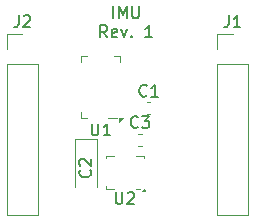
<source format=gbr>
%TF.GenerationSoftware,KiCad,Pcbnew,8.0.8*%
%TF.CreationDate,2025-02-11T16:16:20-05:00*%
%TF.ProjectId,IMU,494d552e-6b69-4636-9164-5f7063625858,rev?*%
%TF.SameCoordinates,Original*%
%TF.FileFunction,Legend,Top*%
%TF.FilePolarity,Positive*%
%FSLAX46Y46*%
G04 Gerber Fmt 4.6, Leading zero omitted, Abs format (unit mm)*
G04 Created by KiCad (PCBNEW 8.0.8) date 2025-02-11 16:16:20*
%MOMM*%
%LPD*%
G01*
G04 APERTURE LIST*
%ADD10C,0.200000*%
%ADD11C,0.150000*%
%ADD12C,0.120000*%
G04 APERTURE END LIST*
D10*
X131629762Y-88406275D02*
X131629762Y-87406275D01*
X132105952Y-88406275D02*
X132105952Y-87406275D01*
X132105952Y-87406275D02*
X132439285Y-88120560D01*
X132439285Y-88120560D02*
X132772618Y-87406275D01*
X132772618Y-87406275D02*
X132772618Y-88406275D01*
X133248809Y-87406275D02*
X133248809Y-88215798D01*
X133248809Y-88215798D02*
X133296428Y-88311036D01*
X133296428Y-88311036D02*
X133344047Y-88358656D01*
X133344047Y-88358656D02*
X133439285Y-88406275D01*
X133439285Y-88406275D02*
X133629761Y-88406275D01*
X133629761Y-88406275D02*
X133724999Y-88358656D01*
X133724999Y-88358656D02*
X133772618Y-88311036D01*
X133772618Y-88311036D02*
X133820237Y-88215798D01*
X133820237Y-88215798D02*
X133820237Y-87406275D01*
X131129761Y-90016219D02*
X130796428Y-89540028D01*
X130558333Y-90016219D02*
X130558333Y-89016219D01*
X130558333Y-89016219D02*
X130939285Y-89016219D01*
X130939285Y-89016219D02*
X131034523Y-89063838D01*
X131034523Y-89063838D02*
X131082142Y-89111457D01*
X131082142Y-89111457D02*
X131129761Y-89206695D01*
X131129761Y-89206695D02*
X131129761Y-89349552D01*
X131129761Y-89349552D02*
X131082142Y-89444790D01*
X131082142Y-89444790D02*
X131034523Y-89492409D01*
X131034523Y-89492409D02*
X130939285Y-89540028D01*
X130939285Y-89540028D02*
X130558333Y-89540028D01*
X131939285Y-89968600D02*
X131844047Y-90016219D01*
X131844047Y-90016219D02*
X131653571Y-90016219D01*
X131653571Y-90016219D02*
X131558333Y-89968600D01*
X131558333Y-89968600D02*
X131510714Y-89873361D01*
X131510714Y-89873361D02*
X131510714Y-89492409D01*
X131510714Y-89492409D02*
X131558333Y-89397171D01*
X131558333Y-89397171D02*
X131653571Y-89349552D01*
X131653571Y-89349552D02*
X131844047Y-89349552D01*
X131844047Y-89349552D02*
X131939285Y-89397171D01*
X131939285Y-89397171D02*
X131986904Y-89492409D01*
X131986904Y-89492409D02*
X131986904Y-89587647D01*
X131986904Y-89587647D02*
X131510714Y-89682885D01*
X132320238Y-89349552D02*
X132558333Y-90016219D01*
X132558333Y-90016219D02*
X132796428Y-89349552D01*
X133177381Y-89920980D02*
X133225000Y-89968600D01*
X133225000Y-89968600D02*
X133177381Y-90016219D01*
X133177381Y-90016219D02*
X133129762Y-89968600D01*
X133129762Y-89968600D02*
X133177381Y-89920980D01*
X133177381Y-89920980D02*
X133177381Y-90016219D01*
X134939285Y-90016219D02*
X134367857Y-90016219D01*
X134653571Y-90016219D02*
X134653571Y-89016219D01*
X134653571Y-89016219D02*
X134558333Y-89159076D01*
X134558333Y-89159076D02*
X134463095Y-89254314D01*
X134463095Y-89254314D02*
X134367857Y-89301933D01*
D11*
X141418666Y-88162819D02*
X141418666Y-88877104D01*
X141418666Y-88877104D02*
X141371047Y-89019961D01*
X141371047Y-89019961D02*
X141275809Y-89115200D01*
X141275809Y-89115200D02*
X141132952Y-89162819D01*
X141132952Y-89162819D02*
X141037714Y-89162819D01*
X142418666Y-89162819D02*
X141847238Y-89162819D01*
X142132952Y-89162819D02*
X142132952Y-88162819D01*
X142132952Y-88162819D02*
X142037714Y-88305676D01*
X142037714Y-88305676D02*
X141942476Y-88400914D01*
X141942476Y-88400914D02*
X141847238Y-88448533D01*
X129672080Y-101258666D02*
X129719700Y-101306285D01*
X129719700Y-101306285D02*
X129767319Y-101449142D01*
X129767319Y-101449142D02*
X129767319Y-101544380D01*
X129767319Y-101544380D02*
X129719700Y-101687237D01*
X129719700Y-101687237D02*
X129624461Y-101782475D01*
X129624461Y-101782475D02*
X129529223Y-101830094D01*
X129529223Y-101830094D02*
X129338747Y-101877713D01*
X129338747Y-101877713D02*
X129195890Y-101877713D01*
X129195890Y-101877713D02*
X129005414Y-101830094D01*
X129005414Y-101830094D02*
X128910176Y-101782475D01*
X128910176Y-101782475D02*
X128814938Y-101687237D01*
X128814938Y-101687237D02*
X128767319Y-101544380D01*
X128767319Y-101544380D02*
X128767319Y-101449142D01*
X128767319Y-101449142D02*
X128814938Y-101306285D01*
X128814938Y-101306285D02*
X128862557Y-101258666D01*
X128862557Y-100877713D02*
X128814938Y-100830094D01*
X128814938Y-100830094D02*
X128767319Y-100734856D01*
X128767319Y-100734856D02*
X128767319Y-100496761D01*
X128767319Y-100496761D02*
X128814938Y-100401523D01*
X128814938Y-100401523D02*
X128862557Y-100353904D01*
X128862557Y-100353904D02*
X128957795Y-100306285D01*
X128957795Y-100306285D02*
X129053033Y-100306285D01*
X129053033Y-100306285D02*
X129195890Y-100353904D01*
X129195890Y-100353904D02*
X129767319Y-100925332D01*
X129767319Y-100925332D02*
X129767319Y-100306285D01*
X131852595Y-103118819D02*
X131852595Y-103928342D01*
X131852595Y-103928342D02*
X131900214Y-104023580D01*
X131900214Y-104023580D02*
X131947833Y-104071200D01*
X131947833Y-104071200D02*
X132043071Y-104118819D01*
X132043071Y-104118819D02*
X132233547Y-104118819D01*
X132233547Y-104118819D02*
X132328785Y-104071200D01*
X132328785Y-104071200D02*
X132376404Y-104023580D01*
X132376404Y-104023580D02*
X132424023Y-103928342D01*
X132424023Y-103928342D02*
X132424023Y-103118819D01*
X132852595Y-103214057D02*
X132900214Y-103166438D01*
X132900214Y-103166438D02*
X132995452Y-103118819D01*
X132995452Y-103118819D02*
X133233547Y-103118819D01*
X133233547Y-103118819D02*
X133328785Y-103166438D01*
X133328785Y-103166438D02*
X133376404Y-103214057D01*
X133376404Y-103214057D02*
X133424023Y-103309295D01*
X133424023Y-103309295D02*
X133424023Y-103404533D01*
X133424023Y-103404533D02*
X133376404Y-103547390D01*
X133376404Y-103547390D02*
X132804976Y-104118819D01*
X132804976Y-104118819D02*
X133424023Y-104118819D01*
X134479833Y-94941580D02*
X134432214Y-94989200D01*
X134432214Y-94989200D02*
X134289357Y-95036819D01*
X134289357Y-95036819D02*
X134194119Y-95036819D01*
X134194119Y-95036819D02*
X134051262Y-94989200D01*
X134051262Y-94989200D02*
X133956024Y-94893961D01*
X133956024Y-94893961D02*
X133908405Y-94798723D01*
X133908405Y-94798723D02*
X133860786Y-94608247D01*
X133860786Y-94608247D02*
X133860786Y-94465390D01*
X133860786Y-94465390D02*
X133908405Y-94274914D01*
X133908405Y-94274914D02*
X133956024Y-94179676D01*
X133956024Y-94179676D02*
X134051262Y-94084438D01*
X134051262Y-94084438D02*
X134194119Y-94036819D01*
X134194119Y-94036819D02*
X134289357Y-94036819D01*
X134289357Y-94036819D02*
X134432214Y-94084438D01*
X134432214Y-94084438D02*
X134479833Y-94132057D01*
X135432214Y-95036819D02*
X134860786Y-95036819D01*
X135146500Y-95036819D02*
X135146500Y-94036819D01*
X135146500Y-94036819D02*
X135051262Y-94179676D01*
X135051262Y-94179676D02*
X134956024Y-94274914D01*
X134956024Y-94274914D02*
X134860786Y-94322533D01*
X129820595Y-97327819D02*
X129820595Y-98137342D01*
X129820595Y-98137342D02*
X129868214Y-98232580D01*
X129868214Y-98232580D02*
X129915833Y-98280200D01*
X129915833Y-98280200D02*
X130011071Y-98327819D01*
X130011071Y-98327819D02*
X130201547Y-98327819D01*
X130201547Y-98327819D02*
X130296785Y-98280200D01*
X130296785Y-98280200D02*
X130344404Y-98232580D01*
X130344404Y-98232580D02*
X130392023Y-98137342D01*
X130392023Y-98137342D02*
X130392023Y-97327819D01*
X131392023Y-98327819D02*
X130820595Y-98327819D01*
X131106309Y-98327819D02*
X131106309Y-97327819D01*
X131106309Y-97327819D02*
X131011071Y-97470676D01*
X131011071Y-97470676D02*
X130915833Y-97565914D01*
X130915833Y-97565914D02*
X130820595Y-97613533D01*
X133727833Y-97608580D02*
X133680214Y-97656200D01*
X133680214Y-97656200D02*
X133537357Y-97703819D01*
X133537357Y-97703819D02*
X133442119Y-97703819D01*
X133442119Y-97703819D02*
X133299262Y-97656200D01*
X133299262Y-97656200D02*
X133204024Y-97560961D01*
X133204024Y-97560961D02*
X133156405Y-97465723D01*
X133156405Y-97465723D02*
X133108786Y-97275247D01*
X133108786Y-97275247D02*
X133108786Y-97132390D01*
X133108786Y-97132390D02*
X133156405Y-96941914D01*
X133156405Y-96941914D02*
X133204024Y-96846676D01*
X133204024Y-96846676D02*
X133299262Y-96751438D01*
X133299262Y-96751438D02*
X133442119Y-96703819D01*
X133442119Y-96703819D02*
X133537357Y-96703819D01*
X133537357Y-96703819D02*
X133680214Y-96751438D01*
X133680214Y-96751438D02*
X133727833Y-96799057D01*
X134061167Y-96703819D02*
X134680214Y-96703819D01*
X134680214Y-96703819D02*
X134346881Y-97084771D01*
X134346881Y-97084771D02*
X134489738Y-97084771D01*
X134489738Y-97084771D02*
X134584976Y-97132390D01*
X134584976Y-97132390D02*
X134632595Y-97180009D01*
X134632595Y-97180009D02*
X134680214Y-97275247D01*
X134680214Y-97275247D02*
X134680214Y-97513342D01*
X134680214Y-97513342D02*
X134632595Y-97608580D01*
X134632595Y-97608580D02*
X134584976Y-97656200D01*
X134584976Y-97656200D02*
X134489738Y-97703819D01*
X134489738Y-97703819D02*
X134204024Y-97703819D01*
X134204024Y-97703819D02*
X134108786Y-97656200D01*
X134108786Y-97656200D02*
X134061167Y-97608580D01*
X123628666Y-88162819D02*
X123628666Y-88877104D01*
X123628666Y-88877104D02*
X123581047Y-89019961D01*
X123581047Y-89019961D02*
X123485809Y-89115200D01*
X123485809Y-89115200D02*
X123342952Y-89162819D01*
X123342952Y-89162819D02*
X123247714Y-89162819D01*
X124057238Y-88258057D02*
X124104857Y-88210438D01*
X124104857Y-88210438D02*
X124200095Y-88162819D01*
X124200095Y-88162819D02*
X124438190Y-88162819D01*
X124438190Y-88162819D02*
X124533428Y-88210438D01*
X124533428Y-88210438D02*
X124581047Y-88258057D01*
X124581047Y-88258057D02*
X124628666Y-88353295D01*
X124628666Y-88353295D02*
X124628666Y-88448533D01*
X124628666Y-88448533D02*
X124581047Y-88591390D01*
X124581047Y-88591390D02*
X124009619Y-89162819D01*
X124009619Y-89162819D02*
X124628666Y-89162819D01*
D12*
%TO.C,J1*%
X140422000Y-89708000D02*
X141752000Y-89708000D01*
X140422000Y-91038000D02*
X140422000Y-89708000D01*
X140422000Y-92308000D02*
X140422000Y-105068000D01*
X140422000Y-92308000D02*
X143082000Y-92308000D01*
X140422000Y-105068000D02*
X143082000Y-105068000D01*
X143082000Y-92308000D02*
X143082000Y-105068000D01*
%TO.C,C2*%
X128377500Y-98607000D02*
X128377500Y-102692000D01*
X130247500Y-98607000D02*
X128377500Y-98607000D01*
X130247500Y-102692000D02*
X130247500Y-98607000D01*
%TO.C,U2*%
X131004500Y-100104000D02*
X131004500Y-100279000D01*
X131004500Y-102824000D02*
X131004500Y-102649000D01*
X131679500Y-100104000D02*
X131004500Y-100104000D01*
X131679500Y-102824000D02*
X131004500Y-102824000D01*
X133549500Y-100104000D02*
X134224500Y-100104000D01*
X133549500Y-102824000D02*
X133924500Y-102824000D01*
X134224500Y-100104000D02*
X134224500Y-100279000D01*
X134364500Y-103014000D02*
X134084500Y-103014000D01*
X134224500Y-102824000D01*
X134364500Y-103014000D01*
G36*
X134364500Y-103014000D02*
G01*
X134084500Y-103014000D01*
X134224500Y-102824000D01*
X134364500Y-103014000D01*
G37*
%TO.C,C1*%
X134500233Y-95502000D02*
X134792767Y-95502000D01*
X134500233Y-96522000D02*
X134792767Y-96522000D01*
%TO.C,U1*%
X128932500Y-91623000D02*
X129432500Y-91623000D01*
X128932500Y-92123000D02*
X128932500Y-91623000D01*
X128932500Y-96823000D02*
X128932500Y-96323000D01*
X129432500Y-96823000D02*
X128932500Y-96823000D01*
X131732500Y-91623000D02*
X132232500Y-91623000D01*
X131932500Y-96823000D02*
X131182500Y-96823000D01*
X132232500Y-91623000D02*
X132232500Y-92123000D01*
X132132500Y-97183000D02*
X132132500Y-96823000D01*
X132492500Y-96823000D01*
X132132500Y-97183000D01*
G36*
X132132500Y-97183000D02*
G01*
X132132500Y-96823000D01*
X132492500Y-96823000D01*
X132132500Y-97183000D01*
G37*
%TO.C,C3*%
X133748233Y-98169000D02*
X134040767Y-98169000D01*
X133748233Y-99189000D02*
X134040767Y-99189000D01*
%TO.C,J2*%
X122632000Y-89708000D02*
X123962000Y-89708000D01*
X122632000Y-91038000D02*
X122632000Y-89708000D01*
X122632000Y-92308000D02*
X122632000Y-105068000D01*
X122632000Y-92308000D02*
X125292000Y-92308000D01*
X122632000Y-105068000D02*
X125292000Y-105068000D01*
X125292000Y-92308000D02*
X125292000Y-105068000D01*
%TD*%
M02*

</source>
